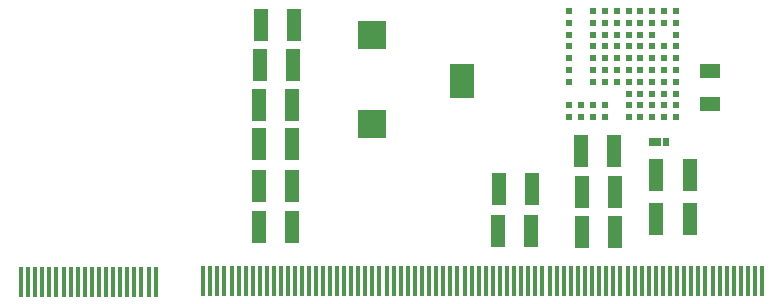
<source format=gbr>
%TF.GenerationSoftware,Altium Limited,CircuitMaker,2.0.2 (2.0.2.40)*%
G04 Layer_Color=25308*
%FSLAX24Y24*%
%MOIN*%
%TF.SameCoordinates,FDAE7A5D-6217-40FD-BC7F-11D62B7A5D98*%
%TF.FilePolarity,Positive*%
%TF.FileFunction,Pads,Bot*%
%TF.Part,Single*%
G01*
G75*
%TA.AperFunction,SMDPad,CuDef*%
%ADD10R,0.0413X0.0276*%
%ADD11R,0.0205X0.0276*%
%ADD12R,0.0945X0.0945*%
%ADD13R,0.0787X0.1142*%
%TA.AperFunction,BGAPad,SMDef*%
%ADD14R,0.0236X0.0236*%
%ADD15R,0.0236X0.0236*%
%TA.AperFunction,SMDPad,CuDef*%
%ADD16R,0.0512X0.1063*%
%TA.AperFunction,ConnectorPad*%
%ADD17R,0.0157X0.0984*%
%TA.AperFunction,SMDPad,CuDef*%
%ADD18R,0.0472X0.1063*%
%ADD19R,0.0709X0.0512*%
D10*
X37382Y15325D02*
D03*
D11*
X37742D02*
D03*
D12*
X27953Y18898D02*
D03*
Y15906D02*
D03*
D13*
X30945Y17362D02*
D03*
D14*
X38071Y19685D02*
D03*
D15*
X37677D02*
D03*
X37283D02*
D03*
X36890D02*
D03*
X36496D02*
D03*
X36102D02*
D03*
X35709D02*
D03*
X35315D02*
D03*
X34528D02*
D03*
X38071Y19291D02*
D03*
X37677D02*
D03*
X37283D02*
D03*
X36890D02*
D03*
X36496D02*
D03*
X36102D02*
D03*
X35709D02*
D03*
X35315D02*
D03*
X34528D02*
D03*
X38071Y18898D02*
D03*
X37283D02*
D03*
X36890D02*
D03*
X36496D02*
D03*
X36102D02*
D03*
X35709D02*
D03*
X35315D02*
D03*
X34528D02*
D03*
X38071Y18504D02*
D03*
X37677D02*
D03*
X37283D02*
D03*
X36890D02*
D03*
X36496D02*
D03*
X36102D02*
D03*
X35709D02*
D03*
X35315D02*
D03*
X34528D02*
D03*
X38071Y18110D02*
D03*
X37677D02*
D03*
X37283D02*
D03*
X36890D02*
D03*
X36496D02*
D03*
X36102D02*
D03*
X35709D02*
D03*
X35315D02*
D03*
X34528D02*
D03*
X38071Y17717D02*
D03*
X37677D02*
D03*
X37283D02*
D03*
X36890D02*
D03*
X36496D02*
D03*
X36102D02*
D03*
X35709D02*
D03*
X35315D02*
D03*
X34528D02*
D03*
X38071Y17323D02*
D03*
X37677D02*
D03*
X37283D02*
D03*
X36890D02*
D03*
X36496D02*
D03*
X36102D02*
D03*
X35709D02*
D03*
X35315D02*
D03*
X34528D02*
D03*
X38071Y16929D02*
D03*
X37677D02*
D03*
X37283D02*
D03*
X36890D02*
D03*
X36496D02*
D03*
X38071Y16535D02*
D03*
X37677D02*
D03*
X37283D02*
D03*
X36890D02*
D03*
X36496D02*
D03*
X35709D02*
D03*
X35315D02*
D03*
X34921D02*
D03*
X34528D02*
D03*
X38071Y16142D02*
D03*
X37677D02*
D03*
X37283D02*
D03*
X36890D02*
D03*
X36496D02*
D03*
X35709D02*
D03*
X35315D02*
D03*
X34921D02*
D03*
X34528D02*
D03*
D16*
X34921Y15010D02*
D03*
X36024D02*
D03*
X36033Y13652D02*
D03*
X34931D02*
D03*
Y12313D02*
D03*
X36033D02*
D03*
X33287Y13750D02*
D03*
X32185D02*
D03*
X33258Y12362D02*
D03*
X32156D02*
D03*
X24232Y19232D02*
D03*
X25335D02*
D03*
X24203Y17884D02*
D03*
X25305D02*
D03*
X24193Y16545D02*
D03*
X25295D02*
D03*
X24183Y15236D02*
D03*
X25285D02*
D03*
X24173Y13858D02*
D03*
X25276D02*
D03*
X24163Y12480D02*
D03*
X25266D02*
D03*
D17*
X23264Y10681D02*
D03*
X23028D02*
D03*
X22792D02*
D03*
X22556D02*
D03*
X22319D02*
D03*
X24445D02*
D03*
X24209D02*
D03*
X23973D02*
D03*
X23737D02*
D03*
X23500D02*
D03*
X25626D02*
D03*
X25390D02*
D03*
X25154D02*
D03*
X24918D02*
D03*
X24681D02*
D03*
X40006D02*
D03*
X40243D02*
D03*
X40479D02*
D03*
X40715D02*
D03*
X40951D02*
D03*
X38825D02*
D03*
X39061D02*
D03*
X39298D02*
D03*
X39534D02*
D03*
X39770D02*
D03*
X37644D02*
D03*
X37880D02*
D03*
X38117D02*
D03*
X38353D02*
D03*
X38589D02*
D03*
X36463D02*
D03*
X36699D02*
D03*
X36935D02*
D03*
X37172D02*
D03*
X37408D02*
D03*
X35282D02*
D03*
X35518D02*
D03*
X35754D02*
D03*
X35991D02*
D03*
X36227D02*
D03*
X34101D02*
D03*
X34337D02*
D03*
X34573D02*
D03*
X34809D02*
D03*
X35046D02*
D03*
X32920D02*
D03*
X33156D02*
D03*
X33392D02*
D03*
X33628D02*
D03*
X33865D02*
D03*
X31739D02*
D03*
X31975D02*
D03*
X32211D02*
D03*
X32447D02*
D03*
X32683D02*
D03*
X30557D02*
D03*
X30794D02*
D03*
X31030D02*
D03*
X31266D02*
D03*
X31502D02*
D03*
X29376D02*
D03*
X29613D02*
D03*
X29849D02*
D03*
X30085D02*
D03*
X30321D02*
D03*
X28195D02*
D03*
X28431D02*
D03*
X28668D02*
D03*
X28904D02*
D03*
X29140D02*
D03*
X27014D02*
D03*
X27250D02*
D03*
X27487D02*
D03*
X27723D02*
D03*
X27959D02*
D03*
X25833D02*
D03*
X26069D02*
D03*
X26306D02*
D03*
X26542D02*
D03*
X26778D02*
D03*
X19790Y10651D02*
D03*
X20026D02*
D03*
X20262D02*
D03*
X20498D02*
D03*
X20735D02*
D03*
X18609D02*
D03*
X18845D02*
D03*
X19081D02*
D03*
X19317D02*
D03*
X19554D02*
D03*
X17428D02*
D03*
X17664D02*
D03*
X17900D02*
D03*
X18136D02*
D03*
X18372D02*
D03*
X17191D02*
D03*
X16955D02*
D03*
X16719D02*
D03*
X16483D02*
D03*
X16246D02*
D03*
D18*
X37402Y14213D02*
D03*
X38543D02*
D03*
X38553Y12756D02*
D03*
X37411D02*
D03*
D19*
X39203Y17687D02*
D03*
Y16585D02*
D03*
%TF.MD5,982de17f59efc77bc798217302fbd9e6*%
M02*

</source>
